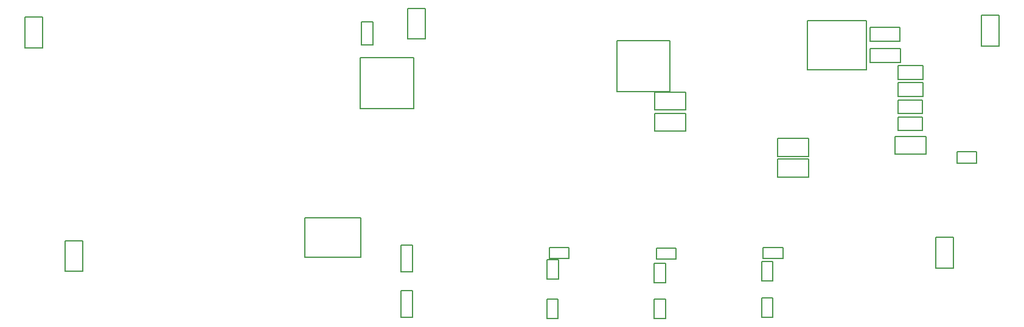
<source format=gbr>
%FSTAX23Y23*%
%MOIN*%
%SFA1B1*%

%IPPOS*%
%ADD12C,0.007874*%
%LNbrushed_pcb_bottom_courtyard-1*%
%LPD*%
G54D12*
X-01139Y-00748D02*
Y-00531D01*
X-00832*
Y-00748D02*
Y-00531D01*
X-01139Y-00748D02*
X-00832D01*
X02094Y-00085D02*
X02264D01*
X02094Y-00183D02*
Y-00085D01*
Y-00183D02*
X02264D01*
Y-00085*
X02541Y-00231D02*
Y-0017D01*
X02434Y-00231D02*
X02541D01*
X02434D02*
Y-0017D01*
X02541*
X0057Y00441D02*
X00861D01*
X0057Y00161D02*
Y00441D01*
Y00161D02*
X00861D01*
Y00441*
X00777Y00042D02*
X00947D01*
X00777Y-00055D02*
Y00042D01*
Y-00055D02*
X00947D01*
Y00042*
X00777Y00159D02*
X00947D01*
X00777Y0006D02*
Y00159D01*
Y0006D02*
X00947D01*
Y00159*
X0145Y-00309D02*
X0162D01*
Y-0021*
X0145D02*
X0162D01*
X0145Y-00309D02*
Y-0021D01*
Y-00195D02*
X0162D01*
Y-00096*
X0145D02*
X0162D01*
X0145Y-00195D02*
Y-00096D01*
X-00612Y-00827D02*
Y-00681D01*
Y-00827D02*
X-00551D01*
Y-00681*
X-00612D02*
X-00551D01*
X-00612Y-00933D02*
X-00551D01*
Y-01079D02*
Y-00933D01*
X-00612Y-01079D02*
X-00551D01*
X-00612D02*
Y-00933D01*
X02246Y00229D02*
Y00304D01*
X02111Y00229D02*
X02246D01*
X02111D02*
Y00304D01*
X02246*
Y00134D02*
Y0021D01*
X02111Y00134D02*
X02246D01*
X02111D02*
Y0021D01*
X02246*
X02244Y00041D02*
Y00116D01*
X02109Y00041D02*
X02244D01*
X02109D02*
Y00116D01*
X02244*
Y-00051D02*
Y00023D01*
X02109Y-00051D02*
X02244D01*
X02109D02*
Y00023D01*
X02244*
X02665Y00413D02*
Y00583D01*
X02568D02*
X02665D01*
X02568Y00413D02*
Y00583D01*
Y00413D02*
X02665D01*
X-02453Y-00826D02*
Y-00657D01*
Y-00826D02*
X-02356D01*
Y-00657*
X-02453D02*
X-02356D01*
X-02672Y00571D02*
X-02575D01*
Y00402D02*
Y00571D01*
X-02672Y00402D02*
X-02575D01*
X-02672D02*
Y00571D01*
X02414Y-00809D02*
Y-00639D01*
X02317D02*
X02414D01*
X02317Y-00809D02*
Y-00639D01*
Y-00809D02*
X02414D01*
X00788Y-0076D02*
X00894D01*
Y-00699*
X00788D02*
X00894D01*
X00788Y-0076D02*
Y-00699D01*
X00201Y-00756D02*
X00308D01*
Y-00695*
X00201D02*
X00308D01*
X00201Y-00756D02*
Y-00695D01*
X01372Y-00756D02*
X01479D01*
Y-00695*
X01372D02*
X01479D01*
X01372Y-00756D02*
Y-00695D01*
X00187Y-00869D02*
X00249D01*
X00187D02*
Y-00762D01*
X00249*
Y-00869D02*
Y-00762D01*
X00247Y-01085D02*
Y-00979D01*
X00186D02*
X00247D01*
X00186Y-01085D02*
Y-00979D01*
Y-01085D02*
X00247D01*
X00775D02*
X00836D01*
X00775D02*
Y-00979D01*
X00836*
Y-01085D02*
Y-00979D01*
X00775Y-00889D02*
X00836D01*
X00775D02*
Y-00782D01*
X00836*
Y-00889D02*
Y-00782D01*
X01425Y-0088D02*
Y-00773D01*
X01364D02*
X01425D01*
X01364Y-0088D02*
Y-00773D01*
Y-0088D02*
X01425D01*
Y-0108D02*
Y-00973D01*
X01364D02*
X01425D01*
X01364Y-0108D02*
Y-00973D01*
Y-0108D02*
X01425D01*
X01957Y0032D02*
Y00398D01*
X02123*
Y0032D02*
Y00398D01*
X01957Y0032D02*
X02123D01*
X01956Y00437D02*
Y00515D01*
X02122*
Y00437D02*
Y00515D01*
X01956Y00437D02*
X02122D01*
X01615Y00553D02*
X01936D01*
X01615Y00281D02*
Y00553D01*
Y00281D02*
X01936D01*
Y00553*
X-00576Y0045D02*
X-00478D01*
X-00576D02*
Y00619D01*
X-00478*
Y0045D02*
Y00619D01*
X-00831Y00545D02*
X-00766D01*
Y00419D02*
Y00545D01*
X-00831Y00419D02*
X-00766D01*
X-00831D02*
Y00545D01*
X-00835Y00068D02*
Y00348D01*
X-00544*
Y00068D02*
Y00348D01*
X-00835Y00068D02*
X-00544D01*
M02*
</source>
